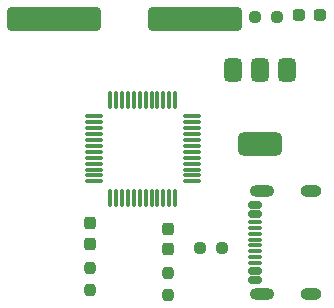
<source format=gbr>
%TF.GenerationSoftware,KiCad,Pcbnew,9.0.7*%
%TF.CreationDate,2026-02-19T19:28:42+05:30*%
%TF.ProjectId,breakout_board,62726561-6b6f-4757-945f-626f6172642e,rev?*%
%TF.SameCoordinates,Original*%
%TF.FileFunction,Paste,Bot*%
%TF.FilePolarity,Positive*%
%FSLAX46Y46*%
G04 Gerber Fmt 4.6, Leading zero omitted, Abs format (unit mm)*
G04 Created by KiCad (PCBNEW 9.0.7) date 2026-02-19 19:28:42*
%MOMM*%
%LPD*%
G01*
G04 APERTURE LIST*
G04 Aperture macros list*
%AMRoundRect*
0 Rectangle with rounded corners*
0 $1 Rounding radius*
0 $2 $3 $4 $5 $6 $7 $8 $9 X,Y pos of 4 corners*
0 Add a 4 corners polygon primitive as box body*
4,1,4,$2,$3,$4,$5,$6,$7,$8,$9,$2,$3,0*
0 Add four circle primitives for the rounded corners*
1,1,$1+$1,$2,$3*
1,1,$1+$1,$4,$5*
1,1,$1+$1,$6,$7*
1,1,$1+$1,$8,$9*
0 Add four rect primitives between the rounded corners*
20,1,$1+$1,$2,$3,$4,$5,0*
20,1,$1+$1,$4,$5,$6,$7,0*
20,1,$1+$1,$6,$7,$8,$9,0*
20,1,$1+$1,$8,$9,$2,$3,0*%
G04 Aperture macros list end*
%ADD10O,2.100000X1.000000*%
%ADD11O,1.800000X1.000000*%
%ADD12RoundRect,0.150000X-0.425000X0.150000X-0.425000X-0.150000X0.425000X-0.150000X0.425000X0.150000X0*%
%ADD13RoundRect,0.075000X-0.500000X0.075000X-0.500000X-0.075000X0.500000X-0.075000X0.500000X0.075000X0*%
%ADD14RoundRect,0.237500X0.287500X0.237500X-0.287500X0.237500X-0.287500X-0.237500X0.287500X-0.237500X0*%
%ADD15RoundRect,0.237500X0.237500X-0.287500X0.237500X0.287500X-0.237500X0.287500X-0.237500X-0.287500X0*%
%ADD16RoundRect,0.375000X-0.375000X0.625000X-0.375000X-0.625000X0.375000X-0.625000X0.375000X0.625000X0*%
%ADD17RoundRect,0.500000X-1.400000X0.500000X-1.400000X-0.500000X1.400000X-0.500000X1.400000X0.500000X0*%
%ADD18RoundRect,0.237500X-0.237500X0.250000X-0.237500X-0.250000X0.237500X-0.250000X0.237500X0.250000X0*%
%ADD19RoundRect,0.250000X-3.687500X-0.750000X3.687500X-0.750000X3.687500X0.750000X-3.687500X0.750000X0*%
%ADD20RoundRect,0.237500X0.237500X-0.250000X0.237500X0.250000X-0.237500X0.250000X-0.237500X-0.250000X0*%
%ADD21RoundRect,0.075000X-0.662500X-0.075000X0.662500X-0.075000X0.662500X0.075000X-0.662500X0.075000X0*%
%ADD22RoundRect,0.075000X-0.075000X-0.662500X0.075000X-0.662500X0.075000X0.662500X-0.075000X0.662500X0*%
%ADD23RoundRect,0.237500X-0.237500X0.287500X-0.237500X-0.287500X0.237500X-0.287500X0.237500X0.287500X0*%
%ADD24RoundRect,0.237500X0.250000X0.237500X-0.250000X0.237500X-0.250000X-0.237500X0.250000X-0.237500X0*%
G04 APERTURE END LIST*
D10*
%TO.C,J3*%
X141624200Y-91467400D03*
D11*
X145804200Y-91467400D03*
D10*
X141624200Y-82827400D03*
D11*
X145804200Y-82827400D03*
D12*
X141049200Y-83947400D03*
X141049200Y-84747400D03*
D13*
X141049200Y-85397400D03*
X141049200Y-86397400D03*
X141049200Y-87897400D03*
X141049200Y-88897400D03*
D12*
X141049200Y-89547400D03*
X141049200Y-90347400D03*
X141049200Y-90347400D03*
X141049200Y-89547400D03*
D13*
X141049200Y-88397400D03*
X141049200Y-87397400D03*
X141049200Y-86897400D03*
X141049200Y-85897400D03*
D12*
X141049200Y-84747400D03*
X141049200Y-83947400D03*
%TD*%
D14*
%TO.C,LED*%
X144782600Y-67868800D03*
X146532600Y-67868800D03*
%TD*%
D15*
%TO.C,D1*%
X127025400Y-87283900D03*
X127025400Y-85533900D03*
%TD*%
D16*
%TO.C,AMS1117*%
X139152600Y-72516600D03*
X141452600Y-72516600D03*
D17*
X141452600Y-78816600D03*
D16*
X143752600Y-72516600D03*
%TD*%
D18*
%TO.C,R7*%
X133654800Y-89758850D03*
X133654800Y-91583850D03*
%TD*%
D19*
%TO.C,Oscillator*%
X124053600Y-68199000D03*
X135928600Y-68199000D03*
%TD*%
D20*
%TO.C,1k*%
X127025400Y-91131400D03*
X127025400Y-89306400D03*
%TD*%
D21*
%TO.C,U1*%
X127358700Y-81972600D03*
X127358700Y-81472600D03*
X127358700Y-80972600D03*
X127358700Y-80472600D03*
X127358700Y-79972600D03*
X127358700Y-79472600D03*
X127358700Y-78972600D03*
X127358700Y-78472600D03*
X127358700Y-77972600D03*
X127358700Y-77472600D03*
X127358700Y-76972600D03*
X127358700Y-76472600D03*
D22*
X128771200Y-75060100D03*
X129271200Y-75060100D03*
X129771200Y-75060100D03*
X130271200Y-75060100D03*
X130771200Y-75060100D03*
X131271200Y-75060100D03*
X131771200Y-75060100D03*
X132271200Y-75060100D03*
X132771200Y-75060100D03*
X133271200Y-75060100D03*
X133771200Y-75060100D03*
X134271200Y-75060100D03*
D21*
X135683700Y-76472600D03*
X135683700Y-76972600D03*
X135683700Y-77472600D03*
X135683700Y-77972600D03*
X135683700Y-78472600D03*
X135683700Y-78972600D03*
X135683700Y-79472600D03*
X135683700Y-79972600D03*
X135683700Y-80472600D03*
X135683700Y-80972600D03*
X135683700Y-81472600D03*
X135683700Y-81972600D03*
D22*
X134271200Y-83385100D03*
X133771200Y-83385100D03*
X133271200Y-83385100D03*
X132771200Y-83385100D03*
X132271200Y-83385100D03*
X131771200Y-83385100D03*
X131271200Y-83385100D03*
X130771200Y-83385100D03*
X130271200Y-83385100D03*
X129771200Y-83385100D03*
X129271200Y-83385100D03*
X128771200Y-83385100D03*
%TD*%
D23*
%TO.C,D2*%
X133654800Y-85986350D03*
X133654800Y-87736350D03*
%TD*%
D24*
%TO.C,1k*%
X142875000Y-68097400D03*
X141050000Y-68097400D03*
%TD*%
%TO.C,1k5*%
X138199500Y-87655400D03*
X136374500Y-87655400D03*
%TD*%
M02*

</source>
